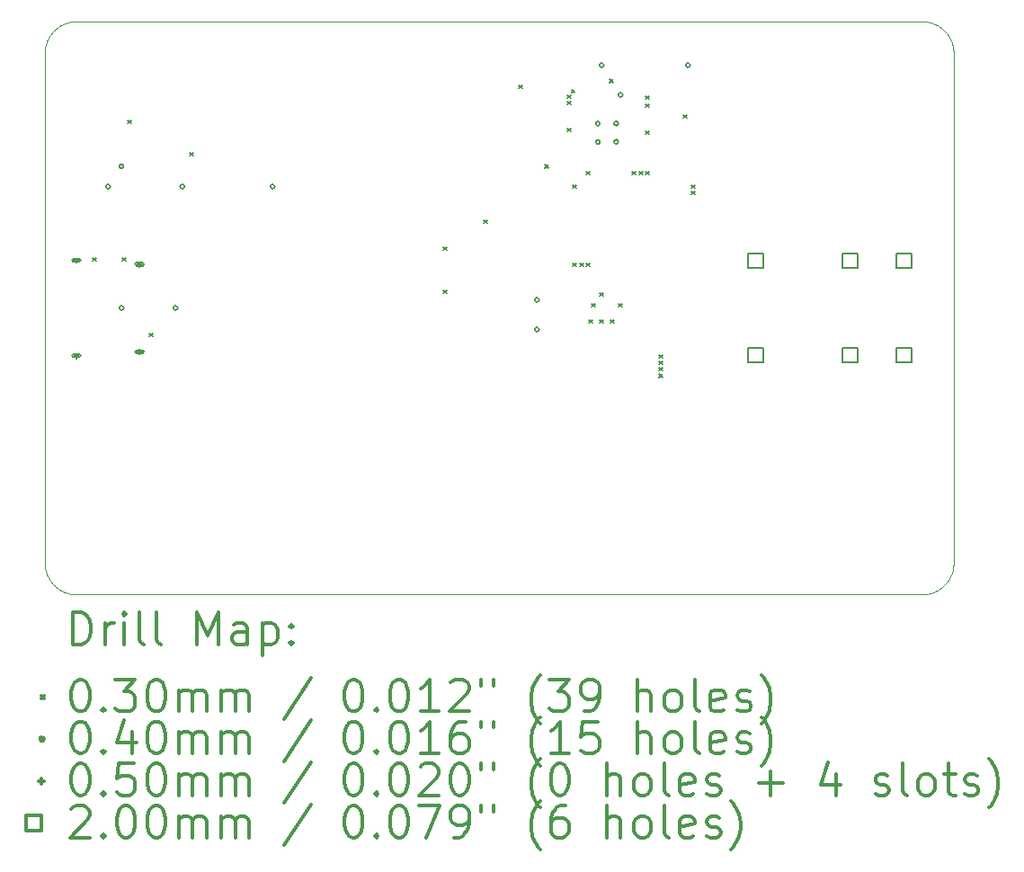
<source format=gbr>
%FSLAX45Y45*%
G04 Gerber Fmt 4.5, Leading zero omitted, Abs format (unit mm)*
G04 Created by KiCad (PCBNEW 4.0.7) date 04/10/18 20:11:58*
%MOMM*%
%LPD*%
G01*
G04 APERTURE LIST*
%ADD10C,0.127000*%
%ADD11C,0.100000*%
%ADD12C,0.200000*%
%ADD13C,0.300000*%
G04 APERTURE END LIST*
D10*
D11*
X12130625Y-7461000D02*
X12255000Y-7461000D01*
X11164047Y-7476830D02*
X11171044Y-7474546D01*
X11150280Y-7481895D02*
X11157125Y-7479281D01*
X11130236Y-7490700D02*
X11136834Y-7487608D01*
X11757500Y-7461000D02*
X11881875Y-7461000D01*
X11143516Y-7484672D02*
X11150280Y-7481895D01*
X11117306Y-7497346D02*
X11123726Y-7493947D01*
X11157125Y-7479281D02*
X11164047Y-7476830D01*
X11033387Y-7564951D02*
X11038175Y-7559559D01*
X11075074Y-7525197D02*
X11080800Y-7520801D01*
X10999895Y-7611977D02*
X11003592Y-7605743D01*
X11508750Y-7461000D02*
X11633125Y-7461000D01*
X10996346Y-7618306D02*
X10999895Y-7611977D01*
X11260000Y-7461000D02*
X11384375Y-7461000D01*
X11080800Y-7520801D02*
X11086632Y-7516540D01*
X11015540Y-7587632D02*
X11019801Y-7581800D01*
X11229440Y-7462556D02*
X11237005Y-7461879D01*
X11237005Y-7461879D02*
X11244622Y-7461392D01*
X11214471Y-7464473D02*
X11221927Y-7463422D01*
X11048125Y-7549125D02*
X11053283Y-7544088D01*
X11199736Y-7467123D02*
X11207073Y-7465708D01*
X11028727Y-7570457D02*
X11033387Y-7564951D01*
X11007433Y-7599606D02*
X11011416Y-7593568D01*
X10986608Y-7637834D02*
X10989700Y-7631236D01*
X11185254Y-7470487D02*
X11192462Y-7468717D01*
X11011416Y-7593568D02*
X11015540Y-7587632D01*
X11098606Y-7508432D02*
X11104744Y-7504591D01*
X11092568Y-7512416D02*
X11098606Y-7508432D01*
X11024197Y-7576074D02*
X11028727Y-7570457D01*
X11058559Y-7539175D02*
X11063951Y-7534387D01*
X11069457Y-7529727D02*
X11075074Y-7525197D01*
X10992947Y-7624726D02*
X10996346Y-7618306D01*
X11633125Y-7461000D02*
X11757500Y-7461000D01*
X11003592Y-7605743D02*
X11007433Y-7599606D01*
X13001250Y-7461000D02*
X13125625Y-7461000D01*
X11244622Y-7461392D02*
X11252288Y-7461098D01*
X12876875Y-7461000D02*
X13001250Y-7461000D01*
X12752500Y-7461000D02*
X12876875Y-7461000D01*
X12628125Y-7461000D02*
X12752500Y-7461000D01*
X12503750Y-7461000D02*
X12628125Y-7461000D01*
X12379375Y-7461000D02*
X12503750Y-7461000D01*
X12255000Y-7461000D02*
X12379375Y-7461000D01*
X11207073Y-7465708D02*
X11214471Y-7464473D01*
X11171044Y-7474546D02*
X11178114Y-7472431D01*
X11063951Y-7534387D02*
X11069457Y-7529727D01*
X11136834Y-7487608D02*
X11143516Y-7484672D01*
X12006250Y-7461000D02*
X12130625Y-7461000D01*
X11881875Y-7461000D02*
X12006250Y-7461000D01*
X11384375Y-7461000D02*
X11508750Y-7461000D01*
X11053283Y-7544088D02*
X11058559Y-7539175D01*
X10989700Y-7631236D02*
X10992947Y-7624726D01*
X11252288Y-7461098D02*
X11260000Y-7461000D01*
X11192462Y-7468717D02*
X11199736Y-7467123D01*
X11221927Y-7463422D02*
X11229440Y-7462556D01*
X11178114Y-7472431D02*
X11185254Y-7470487D01*
X11086632Y-7516540D02*
X11092568Y-7512416D01*
X11019801Y-7581800D02*
X11024197Y-7576074D01*
X11123726Y-7493947D02*
X11130236Y-7490700D01*
X11110978Y-7500895D02*
X11117306Y-7497346D01*
X11043088Y-7554283D02*
X11048125Y-7549125D01*
X11038175Y-7559559D02*
X11043088Y-7554283D01*
X10983672Y-7644516D02*
X10986608Y-7637834D01*
X11104744Y-7504591D02*
X11110978Y-7500895D01*
X19399200Y-12799199D02*
X19393368Y-12803460D01*
X19468584Y-12726432D02*
X19464460Y-12732368D01*
X19431875Y-12770875D02*
X19426717Y-12775912D01*
X19496328Y-12675484D02*
X19493392Y-12682166D01*
X19493392Y-12682166D02*
X19490300Y-12688764D01*
X19515292Y-12611927D02*
X19513877Y-12619264D01*
X19455803Y-12743926D02*
X19451273Y-12749543D01*
X19516527Y-12604529D02*
X19515292Y-12611927D01*
X19476409Y-12714256D02*
X19472568Y-12720394D01*
X19499105Y-12668720D02*
X19496328Y-12675484D01*
X19520000Y-12559000D02*
X19519902Y-12566712D01*
X19369023Y-12819105D02*
X19362694Y-12822654D01*
X19421441Y-12780825D02*
X19416049Y-12785613D01*
X19519608Y-12574378D02*
X19519121Y-12581995D01*
X19441825Y-12760441D02*
X19436912Y-12765717D01*
X19436912Y-12765717D02*
X19431875Y-12770875D01*
X19404926Y-12794803D02*
X19399200Y-12799199D01*
X19416049Y-12785613D02*
X19410543Y-12790273D01*
X19501719Y-12661875D02*
X19499105Y-12668720D01*
X19483654Y-12701694D02*
X19480105Y-12708022D01*
X19387432Y-12807584D02*
X19381394Y-12811567D01*
X19393368Y-12803460D02*
X19387432Y-12807584D01*
X19410543Y-12790273D02*
X19404926Y-12794803D01*
X19426717Y-12775912D02*
X19421441Y-12780825D01*
X19451273Y-12749543D02*
X19446613Y-12755049D01*
X19480105Y-12708022D02*
X19476409Y-12714256D01*
X19510513Y-12633746D02*
X19508569Y-12640886D01*
X19520000Y-12334094D02*
X19520000Y-12409062D01*
X19508569Y-12640886D02*
X19506454Y-12647956D01*
X19519902Y-12566712D02*
X19519608Y-12574378D01*
X19512283Y-12626538D02*
X19510513Y-12633746D01*
X19490300Y-12688764D02*
X19487053Y-12695274D01*
X19513877Y-12619264D02*
X19512283Y-12626538D01*
X19520000Y-12409062D02*
X19520000Y-12484031D01*
X19272927Y-12854292D02*
X19265529Y-12855527D01*
X19280264Y-12852877D02*
X19272927Y-12854292D01*
X19301886Y-12847569D02*
X19294746Y-12849513D01*
X19506454Y-12647956D02*
X19504170Y-12654953D01*
X19381394Y-12811567D02*
X19375257Y-12815408D01*
X19519121Y-12581995D02*
X19518444Y-12589560D01*
X19520000Y-12184156D02*
X19520000Y-12259125D01*
X19315954Y-12843170D02*
X19308956Y-12845454D01*
X19464460Y-12732368D02*
X19460199Y-12738200D01*
X19446613Y-12755049D02*
X19441825Y-12760441D01*
X19287538Y-12851283D02*
X19280264Y-12852877D01*
X19294746Y-12849513D02*
X19287538Y-12851283D01*
X19520000Y-12484031D02*
X19520000Y-12559000D01*
X19517578Y-12597072D02*
X19516527Y-12604529D01*
X19518444Y-12589560D02*
X19517578Y-12597072D01*
X19308956Y-12845454D02*
X19301886Y-12847569D01*
X19487053Y-12695274D02*
X19483654Y-12701694D01*
X19322876Y-12840719D02*
X19315954Y-12843170D01*
X19329720Y-12838104D02*
X19322876Y-12840719D01*
X19520000Y-12109187D02*
X19520000Y-12184156D01*
X19336484Y-12835328D02*
X19329720Y-12838104D01*
X19362694Y-12822654D02*
X19356274Y-12826053D01*
X19343166Y-12832392D02*
X19336484Y-12835328D01*
X19349764Y-12829300D02*
X19343166Y-12832392D01*
X19356274Y-12826053D02*
X19349764Y-12829300D01*
X19375257Y-12815408D02*
X19369023Y-12819105D01*
X19460199Y-12738200D02*
X19455803Y-12743926D01*
X19472568Y-12720394D02*
X19468584Y-12726432D01*
X19520000Y-12259125D02*
X19520000Y-12334094D01*
X19504170Y-12654953D02*
X19501719Y-12661875D01*
X19520000Y-9410313D02*
X19520000Y-9485281D01*
X19520000Y-7985906D02*
X19520000Y-8060875D01*
X19520000Y-8885531D02*
X19520000Y-8960500D01*
X19520000Y-11434469D02*
X19520000Y-11509437D01*
X19520000Y-10684781D02*
X19520000Y-10759750D01*
X19520000Y-7761000D02*
X19520000Y-7835969D01*
X19520000Y-9710188D02*
X19520000Y-9785156D01*
X19520000Y-8435719D02*
X19520000Y-8510688D01*
X19520000Y-11284531D02*
X19520000Y-11359500D01*
X19520000Y-10609813D02*
X19520000Y-10684781D01*
X19520000Y-8735594D02*
X19520000Y-8810563D01*
X19520000Y-11134594D02*
X19520000Y-11209562D01*
X19520000Y-10834719D02*
X19520000Y-10909688D01*
X19520000Y-10384906D02*
X19520000Y-10459875D01*
X19518444Y-7730440D02*
X19519121Y-7738005D01*
X19520000Y-11584406D02*
X19520000Y-11659375D01*
X19520000Y-12034219D02*
X19520000Y-12109187D01*
X19520000Y-10759750D02*
X19520000Y-10834719D01*
X19520000Y-10010063D02*
X19520000Y-10085031D01*
X19520000Y-9785156D02*
X19520000Y-9860125D01*
X19520000Y-8135844D02*
X19520000Y-8210812D01*
X19520000Y-8285781D02*
X19520000Y-8360750D01*
X19520000Y-8510688D02*
X19520000Y-8585656D01*
X19520000Y-9110438D02*
X19520000Y-9185406D01*
X19520000Y-7835969D02*
X19520000Y-7910937D01*
X19520000Y-10534844D02*
X19520000Y-10609813D01*
X19519608Y-7745622D02*
X19519902Y-7753288D01*
X19517578Y-7722927D02*
X19518444Y-7730440D01*
X19520000Y-11959250D02*
X19520000Y-12034219D01*
X19520000Y-9560250D02*
X19520000Y-9635219D01*
X19520000Y-8960500D02*
X19520000Y-9035469D01*
X19520000Y-7910937D02*
X19520000Y-7985906D01*
X19519902Y-7753288D02*
X19520000Y-7761000D01*
X19520000Y-8210812D02*
X19520000Y-8285781D01*
X19520000Y-11884281D02*
X19520000Y-11959250D01*
X19520000Y-9185406D02*
X19520000Y-9260375D01*
X19520000Y-9335344D02*
X19520000Y-9410313D01*
X19520000Y-10909688D02*
X19520000Y-10984656D01*
X19520000Y-10459875D02*
X19520000Y-10534844D01*
X19520000Y-10309938D02*
X19520000Y-10384906D01*
X19520000Y-8060875D02*
X19520000Y-8135844D01*
X19520000Y-8810563D02*
X19520000Y-8885531D01*
X19520000Y-8360750D02*
X19520000Y-8435719D01*
X19519121Y-7738005D02*
X19519608Y-7745622D01*
X19520000Y-11809312D02*
X19520000Y-11884281D01*
X19520000Y-11734344D02*
X19520000Y-11809312D01*
X19520000Y-8660625D02*
X19520000Y-8735594D01*
X19520000Y-11659375D02*
X19520000Y-11734344D01*
X19520000Y-11509437D02*
X19520000Y-11584406D01*
X19520000Y-11359500D02*
X19520000Y-11434469D01*
X19520000Y-11209562D02*
X19520000Y-11284531D01*
X19520000Y-11059625D02*
X19520000Y-11134594D01*
X19520000Y-10984656D02*
X19520000Y-11059625D01*
X19520000Y-10234969D02*
X19520000Y-10309938D01*
X19520000Y-9260375D02*
X19520000Y-9335344D01*
X19520000Y-10160000D02*
X19520000Y-10234969D01*
X19520000Y-9860125D02*
X19520000Y-9935094D01*
X19520000Y-9635219D02*
X19520000Y-9710188D01*
X19516527Y-7715471D02*
X19517578Y-7722927D01*
X19520000Y-9485281D02*
X19520000Y-9560250D01*
X19520000Y-9035469D02*
X19520000Y-9110438D01*
X19520000Y-10085031D02*
X19520000Y-10160000D01*
X19520000Y-9935094D02*
X19520000Y-10010063D01*
X19520000Y-8585656D02*
X19520000Y-8660625D01*
X19369023Y-7500895D02*
X19375257Y-7504591D01*
X19235378Y-7461392D02*
X19242995Y-7461879D01*
X19322876Y-7479281D02*
X19329720Y-7481895D01*
X19499105Y-7651280D02*
X19501719Y-7658124D01*
X19460199Y-7581800D02*
X19464460Y-7587632D01*
X19095625Y-7461000D02*
X19220000Y-7461000D01*
X19393368Y-7516540D02*
X19399200Y-7520801D01*
X19280264Y-7467123D02*
X19287538Y-7468717D01*
X19496328Y-7644516D02*
X19499105Y-7651280D01*
X19455803Y-7576074D02*
X19460199Y-7581800D01*
X19308956Y-7474546D02*
X19315954Y-7476830D01*
X19480105Y-7611977D02*
X19483654Y-7618306D01*
X19468584Y-7593568D02*
X19472568Y-7599606D01*
X19441825Y-7559559D02*
X19446613Y-7564951D01*
X18598125Y-7461000D02*
X18722500Y-7461000D01*
X19487053Y-7624726D02*
X19490300Y-7631236D01*
X19476409Y-7605743D02*
X19480105Y-7611977D01*
X19464460Y-7587632D02*
X19468584Y-7593568D01*
X19416049Y-7534387D02*
X19421441Y-7539175D01*
X19399200Y-7520801D02*
X19404926Y-7525197D01*
X19250560Y-7462556D02*
X19258073Y-7463422D01*
X19265529Y-7464473D02*
X19272927Y-7465708D01*
X19287538Y-7468717D02*
X19294746Y-7470487D01*
X19343166Y-7487608D02*
X19349764Y-7490700D01*
X19220000Y-7461000D02*
X19227712Y-7461098D01*
X19451273Y-7570457D02*
X19455803Y-7576074D01*
X18846875Y-7461000D02*
X18971250Y-7461000D01*
X18473750Y-7461000D02*
X18598125Y-7461000D01*
X19508569Y-7679114D02*
X19510513Y-7686254D01*
X19381394Y-7508432D02*
X19387432Y-7512416D01*
X19329720Y-7481895D02*
X19336484Y-7484672D01*
X19227712Y-7461098D02*
X19235378Y-7461392D01*
X18971250Y-7461000D02*
X19095625Y-7461000D01*
X19258073Y-7463422D02*
X19265529Y-7464473D01*
X19493392Y-7637834D02*
X19496328Y-7644516D01*
X19349764Y-7490700D02*
X19356274Y-7493947D01*
X19362694Y-7497346D02*
X19369023Y-7500895D01*
X19472568Y-7599606D02*
X19476409Y-7605743D01*
X19446613Y-7564951D02*
X19451273Y-7570457D01*
X19436912Y-7554283D02*
X19441825Y-7559559D01*
X19242995Y-7461879D02*
X19250560Y-7462556D01*
X19315954Y-7476830D02*
X19322876Y-7479281D01*
X19272927Y-7465708D02*
X19280264Y-7467123D01*
X18722500Y-7461000D02*
X18846875Y-7461000D01*
X19515292Y-7708073D02*
X19516527Y-7715471D01*
X19506454Y-7672044D02*
X19508569Y-7679114D01*
X19301886Y-7472431D02*
X19308956Y-7474546D01*
X19490300Y-7631236D02*
X19493392Y-7637834D01*
X19513877Y-7700736D02*
X19515292Y-7708073D01*
X19512283Y-7693462D02*
X19513877Y-7700736D01*
X19510513Y-7686254D02*
X19512283Y-7693462D01*
X19504170Y-7665046D02*
X19506454Y-7672044D01*
X19501719Y-7658124D02*
X19504170Y-7665046D01*
X19483654Y-7618306D02*
X19487053Y-7624726D01*
X19356274Y-7493947D02*
X19362694Y-7497346D01*
X19426717Y-7544088D02*
X19431875Y-7549125D01*
X19404926Y-7525197D02*
X19410543Y-7529727D01*
X19387432Y-7512416D02*
X19393368Y-7516540D01*
X19431875Y-7549125D02*
X19436912Y-7554283D01*
X19375257Y-7504591D02*
X19381394Y-7508432D01*
X19336484Y-7484672D02*
X19343166Y-7487608D01*
X19421441Y-7539175D02*
X19426717Y-7544088D01*
X19410543Y-7529727D02*
X19416049Y-7534387D01*
X19294746Y-7470487D02*
X19301886Y-7472431D01*
X13125625Y-7461000D02*
X13250000Y-7461000D01*
X13250000Y-7461000D02*
X13374375Y-7461000D01*
X15737500Y-7461000D02*
X15861875Y-7461000D01*
X15488750Y-7461000D02*
X15613125Y-7461000D01*
X14493750Y-7461000D02*
X14618125Y-7461000D01*
X15364375Y-7461000D02*
X15488750Y-7461000D01*
X13871875Y-7461000D02*
X13996250Y-7461000D01*
X14991250Y-7461000D02*
X15115625Y-7461000D01*
X14866875Y-7461000D02*
X14991250Y-7461000D01*
X13623125Y-7461000D02*
X13747500Y-7461000D01*
X18225000Y-7461000D02*
X18349375Y-7461000D01*
X17851875Y-7461000D02*
X17976250Y-7461000D01*
X15613125Y-7461000D02*
X15737500Y-7461000D01*
X17354375Y-7461000D02*
X17478750Y-7461000D01*
X15986250Y-7461000D02*
X16110625Y-7461000D01*
X16359375Y-7461000D02*
X16483750Y-7461000D01*
X16110625Y-7461000D02*
X16235000Y-7461000D01*
X15240000Y-7461000D02*
X15364375Y-7461000D01*
X13747500Y-7461000D02*
X13871875Y-7461000D01*
X13374375Y-7461000D02*
X13498750Y-7461000D01*
X14618125Y-7461000D02*
X14742500Y-7461000D01*
X18349375Y-7461000D02*
X18473750Y-7461000D01*
X17727500Y-7461000D02*
X17851875Y-7461000D01*
X16981250Y-7461000D02*
X17105625Y-7461000D01*
X16235000Y-7461000D02*
X16359375Y-7461000D01*
X18100625Y-7461000D02*
X18225000Y-7461000D01*
X14742500Y-7461000D02*
X14866875Y-7461000D01*
X14245000Y-7461000D02*
X14369375Y-7461000D01*
X17603125Y-7461000D02*
X17727500Y-7461000D01*
X16856875Y-7461000D02*
X16981250Y-7461000D01*
X17478750Y-7461000D02*
X17603125Y-7461000D01*
X13498750Y-7461000D02*
X13623125Y-7461000D01*
X17976250Y-7461000D02*
X18100625Y-7461000D01*
X17230000Y-7461000D02*
X17354375Y-7461000D01*
X17105625Y-7461000D02*
X17230000Y-7461000D01*
X16732500Y-7461000D02*
X16856875Y-7461000D01*
X16608125Y-7461000D02*
X16732500Y-7461000D01*
X16483750Y-7461000D02*
X16608125Y-7461000D01*
X15861875Y-7461000D02*
X15986250Y-7461000D01*
X15115625Y-7461000D02*
X15240000Y-7461000D01*
X14369375Y-7461000D02*
X14493750Y-7461000D01*
X13996250Y-7461000D02*
X14120625Y-7461000D01*
X14120625Y-7461000D02*
X14245000Y-7461000D01*
X19220000Y-12859000D02*
X19095625Y-12859000D01*
X17354375Y-12859000D02*
X17230000Y-12859000D01*
X17478750Y-12859000D02*
X17354375Y-12859000D01*
X17727500Y-12859000D02*
X17603125Y-12859000D01*
X18100625Y-12859000D02*
X17976250Y-12859000D01*
X18349375Y-12859000D02*
X18225000Y-12859000D01*
X17851875Y-12859000D02*
X17727500Y-12859000D01*
X18473750Y-12859000D02*
X18349375Y-12859000D01*
X19095625Y-12859000D02*
X18971250Y-12859000D01*
X17603125Y-12859000D02*
X17478750Y-12859000D01*
X18225000Y-12859000D02*
X18100625Y-12859000D01*
X17976250Y-12859000D02*
X17851875Y-12859000D01*
X18722500Y-12859000D02*
X18598125Y-12859000D01*
X18846875Y-12859000D02*
X18722500Y-12859000D01*
X18971250Y-12859000D02*
X18846875Y-12859000D01*
X18598125Y-12859000D02*
X18473750Y-12859000D01*
X10960000Y-9185406D02*
X10960000Y-9110438D01*
X10973546Y-7672044D02*
X10975830Y-7665046D01*
X10980896Y-7651280D02*
X10983672Y-7644516D01*
X10978281Y-7658124D02*
X10980896Y-7651280D01*
X10960392Y-7745622D02*
X10960879Y-7738005D01*
X10960000Y-7910937D02*
X10960000Y-7835969D01*
X10960000Y-8060875D02*
X10960000Y-7985906D01*
X10960000Y-8660625D02*
X10960000Y-8585656D01*
X10960000Y-8285781D02*
X10960000Y-8210812D01*
X10960000Y-8735594D02*
X10960000Y-8660625D01*
X10960000Y-8885531D02*
X10960000Y-8810563D01*
X10960000Y-10309938D02*
X10960000Y-10234969D01*
X10960000Y-10684781D02*
X10960000Y-10609813D01*
X10960000Y-11059625D02*
X10960000Y-10984656D01*
X10960000Y-11284531D02*
X10960000Y-11209562D01*
X10975830Y-7665046D02*
X10978281Y-7658124D01*
X10971431Y-7679114D02*
X10973546Y-7672044D01*
X10960000Y-8810563D02*
X10960000Y-8735594D01*
X10960000Y-9710188D02*
X10960000Y-9635219D01*
X10960000Y-9035469D02*
X10960000Y-8960500D01*
X10960000Y-9410313D02*
X10960000Y-9335344D01*
X10969487Y-7686254D02*
X10971431Y-7679114D01*
X10967717Y-7693462D02*
X10969487Y-7686254D01*
X10963473Y-7715471D02*
X10964708Y-7708073D01*
X10962422Y-7722927D02*
X10963473Y-7715471D01*
X10960879Y-7738005D02*
X10961556Y-7730440D01*
X10960000Y-10085031D02*
X10960000Y-10010063D01*
X10960000Y-7761000D02*
X10960099Y-7753288D01*
X10960000Y-9110438D02*
X10960000Y-9035469D01*
X10960000Y-9335344D02*
X10960000Y-9260375D01*
X10960000Y-9785156D02*
X10960000Y-9710188D01*
X10960000Y-8135844D02*
X10960000Y-8060875D01*
X10960000Y-8510688D02*
X10960000Y-8435719D01*
X10960000Y-9485281D02*
X10960000Y-9410313D01*
X10960000Y-10384906D02*
X10960000Y-10309938D01*
X10961556Y-7730440D02*
X10962422Y-7722927D01*
X10960000Y-10010063D02*
X10960000Y-9935094D01*
X10960000Y-8435719D02*
X10960000Y-8360750D01*
X10960000Y-8585656D02*
X10960000Y-8510688D01*
X10960000Y-7985906D02*
X10960000Y-7910937D01*
X10960000Y-10534844D02*
X10960000Y-10459875D01*
X10960000Y-9860125D02*
X10960000Y-9785156D01*
X10960000Y-9260375D02*
X10960000Y-9185406D01*
X10960000Y-8960500D02*
X10960000Y-8885531D01*
X10964708Y-7708073D02*
X10966123Y-7700736D01*
X10960000Y-9635219D02*
X10960000Y-9560250D01*
X10960099Y-7753288D02*
X10960392Y-7745622D01*
X10960000Y-10984656D02*
X10960000Y-10909688D01*
X10960000Y-7835969D02*
X10960000Y-7761000D01*
X10960000Y-9560250D02*
X10960000Y-9485281D01*
X10960000Y-10609813D02*
X10960000Y-10534844D01*
X10960000Y-9935094D02*
X10960000Y-9860125D01*
X10960000Y-10160000D02*
X10960000Y-10085031D01*
X10960000Y-11359500D02*
X10960000Y-11284531D01*
X10960000Y-10759750D02*
X10960000Y-10684781D01*
X10960000Y-8210812D02*
X10960000Y-8135844D01*
X10960000Y-8360750D02*
X10960000Y-8285781D01*
X10960000Y-10234969D02*
X10960000Y-10160000D01*
X10960000Y-11134594D02*
X10960000Y-11059625D01*
X10960000Y-10909688D02*
X10960000Y-10834719D01*
X10960000Y-10459875D02*
X10960000Y-10384906D01*
X10966123Y-7700736D02*
X10967717Y-7693462D01*
X10960000Y-10834719D02*
X10960000Y-10759750D01*
X10960000Y-11209562D02*
X10960000Y-11134594D01*
X10960000Y-11884281D02*
X10960000Y-11809312D01*
X10960000Y-12109187D02*
X10960000Y-12034219D01*
X10960000Y-12184156D02*
X10960000Y-12109187D01*
X10967717Y-12626538D02*
X10966123Y-12619264D01*
X11033387Y-12755049D02*
X11028727Y-12749543D01*
X10960000Y-12259125D02*
X10960000Y-12184156D01*
X10960000Y-12334094D02*
X10960000Y-12259125D01*
X10960000Y-12409062D02*
X10960000Y-12334094D01*
X10986608Y-12682166D02*
X10983672Y-12675484D01*
X11075074Y-12794803D02*
X11069457Y-12790273D01*
X11136834Y-12832392D02*
X11130236Y-12829300D01*
X10973546Y-12647956D02*
X10971431Y-12640886D01*
X11048125Y-12770875D02*
X11043088Y-12765717D01*
X10960879Y-12581995D02*
X10960392Y-12574378D01*
X11007433Y-12720394D02*
X11003592Y-12714256D01*
X11130236Y-12829300D02*
X11123726Y-12826053D01*
X10960000Y-12484031D02*
X10960000Y-12409062D01*
X10960000Y-12559000D02*
X10960000Y-12484031D01*
X10960099Y-12566712D02*
X10960000Y-12559000D01*
X10960392Y-12574378D02*
X10960099Y-12566712D01*
X10996346Y-12701694D02*
X10992947Y-12695274D01*
X10999895Y-12708022D02*
X10996346Y-12701694D01*
X11092568Y-12807584D02*
X11086632Y-12803460D01*
X11003592Y-12714256D02*
X10999895Y-12708022D01*
X11098606Y-12811567D02*
X11092568Y-12807584D01*
X11104744Y-12815408D02*
X11098606Y-12811567D01*
X10961556Y-12589560D02*
X10960879Y-12581995D01*
X10963473Y-12604529D02*
X10962422Y-12597072D01*
X10964708Y-12611927D02*
X10963473Y-12604529D01*
X10969487Y-12633746D02*
X10967717Y-12626538D01*
X11110978Y-12819105D02*
X11104744Y-12815408D01*
X11117306Y-12822654D02*
X11110978Y-12819105D01*
X11143516Y-12835328D02*
X11136834Y-12832392D01*
X11038175Y-12760441D02*
X11033387Y-12755049D01*
X10966123Y-12619264D02*
X10964708Y-12611927D01*
X10971431Y-12640886D02*
X10969487Y-12633746D01*
X11019801Y-12738200D02*
X11015540Y-12732368D01*
X10983672Y-12675484D02*
X10980896Y-12668720D01*
X10989700Y-12688764D02*
X10986608Y-12682166D01*
X11069457Y-12790273D02*
X11063951Y-12785613D01*
X11028727Y-12749543D02*
X11024197Y-12743926D01*
X11080800Y-12799199D02*
X11075074Y-12794803D01*
X11011416Y-12726432D02*
X11007433Y-12720394D01*
X11024197Y-12743926D02*
X11019801Y-12738200D01*
X11043088Y-12765717D02*
X11038175Y-12760441D01*
X10960000Y-11659375D02*
X10960000Y-11584406D01*
X10960000Y-11434469D02*
X10960000Y-11359500D01*
X10960000Y-11509437D02*
X10960000Y-11434469D01*
X10960000Y-11584406D02*
X10960000Y-11509437D01*
X10960000Y-11959250D02*
X10960000Y-11884281D01*
X10960000Y-11809312D02*
X10960000Y-11734344D01*
X10978281Y-12661875D02*
X10975830Y-12654953D01*
X11058559Y-12780825D02*
X11053283Y-12775912D01*
X10992947Y-12695274D02*
X10989700Y-12688764D01*
X11086632Y-12803460D02*
X11080800Y-12799199D01*
X11123726Y-12826053D02*
X11117306Y-12822654D01*
X10960000Y-11734344D02*
X10960000Y-11659375D01*
X10960000Y-12034219D02*
X10960000Y-11959250D01*
X10962422Y-12597072D02*
X10961556Y-12589560D01*
X11015540Y-12732368D02*
X11011416Y-12726432D01*
X10980896Y-12668720D02*
X10978281Y-12661875D01*
X11063951Y-12785613D02*
X11058559Y-12780825D01*
X10975830Y-12654953D02*
X10973546Y-12647956D01*
X11053283Y-12775912D02*
X11048125Y-12770875D01*
X16110625Y-12859000D02*
X15986250Y-12859000D01*
X12255000Y-12859000D02*
X12130625Y-12859000D01*
X11199736Y-12852877D02*
X11192462Y-12851283D01*
X11207073Y-12854292D02*
X11199736Y-12852877D01*
X11221927Y-12856578D02*
X11214471Y-12855527D01*
X11229440Y-12857444D02*
X11221927Y-12856578D01*
X11252288Y-12858901D02*
X11244622Y-12858608D01*
X15240000Y-12859000D02*
X15115625Y-12859000D01*
X14618125Y-12859000D02*
X14493750Y-12859000D01*
X14245000Y-12859000D02*
X14120625Y-12859000D01*
X15613125Y-12859000D02*
X15488750Y-12859000D01*
X11260000Y-12859000D02*
X11252288Y-12858901D01*
X13498750Y-12859000D02*
X13374375Y-12859000D01*
X15364375Y-12859000D02*
X15240000Y-12859000D01*
X13996250Y-12859000D02*
X13871875Y-12859000D01*
X11237005Y-12858121D02*
X11229440Y-12857444D01*
X12006250Y-12859000D02*
X11881875Y-12859000D01*
X15488750Y-12859000D02*
X15364375Y-12859000D01*
X16981250Y-12859000D02*
X16856875Y-12859000D01*
X15861875Y-12859000D02*
X15737500Y-12859000D01*
X16483750Y-12859000D02*
X16359375Y-12859000D01*
X11244622Y-12858608D02*
X11237005Y-12858121D01*
X11633125Y-12859000D02*
X11508750Y-12859000D01*
X13001250Y-12859000D02*
X12876875Y-12859000D01*
X11384375Y-12859000D02*
X11260000Y-12859000D01*
X12628125Y-12859000D02*
X12503750Y-12859000D01*
X13374375Y-12859000D02*
X13250000Y-12859000D01*
X13747500Y-12859000D02*
X13623125Y-12859000D01*
X15986250Y-12859000D02*
X15861875Y-12859000D01*
X16359375Y-12859000D02*
X16235000Y-12859000D01*
X17105625Y-12859000D02*
X16981250Y-12859000D01*
X14369375Y-12859000D02*
X14245000Y-12859000D01*
X14991250Y-12859000D02*
X14866875Y-12859000D01*
X16608125Y-12859000D02*
X16483750Y-12859000D01*
X12379375Y-12859000D02*
X12255000Y-12859000D01*
X12130625Y-12859000D02*
X12006250Y-12859000D01*
X13125625Y-12859000D02*
X13001250Y-12859000D01*
X14866875Y-12859000D02*
X14742500Y-12859000D01*
X15115625Y-12859000D02*
X14991250Y-12859000D01*
X13250000Y-12859000D02*
X13125625Y-12859000D01*
X14120625Y-12859000D02*
X13996250Y-12859000D01*
X17230000Y-12859000D02*
X17105625Y-12859000D01*
X16235000Y-12859000D02*
X16110625Y-12859000D01*
X15737500Y-12859000D02*
X15613125Y-12859000D01*
X11150280Y-12838104D02*
X11143516Y-12835328D01*
X16856875Y-12859000D02*
X16732500Y-12859000D01*
X11157125Y-12840719D02*
X11150280Y-12838104D01*
X12503750Y-12859000D02*
X12379375Y-12859000D01*
X13871875Y-12859000D02*
X13747500Y-12859000D01*
X11881875Y-12859000D02*
X11757500Y-12859000D01*
X11164047Y-12843170D02*
X11157125Y-12840719D01*
X11508750Y-12859000D02*
X11384375Y-12859000D01*
X16732500Y-12859000D02*
X16608125Y-12859000D01*
X11171044Y-12845454D02*
X11164047Y-12843170D01*
X11178114Y-12847569D02*
X11171044Y-12845454D01*
X12876875Y-12859000D02*
X12752500Y-12859000D01*
X11214471Y-12855527D02*
X11207073Y-12854292D01*
X14493750Y-12859000D02*
X14369375Y-12859000D01*
X13623125Y-12859000D02*
X13498750Y-12859000D01*
X14742500Y-12859000D02*
X14618125Y-12859000D01*
X11757500Y-12859000D02*
X11633125Y-12859000D01*
X12752500Y-12859000D02*
X12628125Y-12859000D01*
X11185254Y-12849513D02*
X11178114Y-12847569D01*
X11192462Y-12851283D02*
X11185254Y-12849513D01*
X19250560Y-12857444D02*
X19242995Y-12858121D01*
X19258073Y-12856578D02*
X19250560Y-12857444D01*
X19227712Y-12858901D02*
X19220000Y-12859000D01*
X19242995Y-12858121D02*
X19235378Y-12858608D01*
X19235378Y-12858608D02*
X19227712Y-12858901D01*
X19265529Y-12855527D02*
X19258073Y-12856578D01*
X19220000Y-12859000D02*
X19220000Y-12859000D01*
D12*
X11415000Y-9687800D02*
X11445000Y-9717800D01*
X11445000Y-9687800D02*
X11415000Y-9717800D01*
X11694400Y-9687800D02*
X11724400Y-9717800D01*
X11724400Y-9687800D02*
X11694400Y-9717800D01*
X11745200Y-8392400D02*
X11775200Y-8422400D01*
X11775200Y-8392400D02*
X11745200Y-8422400D01*
X11948400Y-10399000D02*
X11978400Y-10429000D01*
X11978400Y-10399000D02*
X11948400Y-10429000D01*
X12329400Y-8697200D02*
X12359400Y-8727200D01*
X12359400Y-8697200D02*
X12329400Y-8727200D01*
X14717000Y-9586209D02*
X14747000Y-9616209D01*
X14747000Y-9586209D02*
X14717000Y-9616209D01*
X14717000Y-9992600D02*
X14747000Y-10022600D01*
X14747000Y-9992600D02*
X14717000Y-10022600D01*
X15098000Y-9332200D02*
X15128000Y-9362200D01*
X15128000Y-9332200D02*
X15098000Y-9362200D01*
X15428200Y-8062200D02*
X15458200Y-8092200D01*
X15458200Y-8062200D02*
X15428200Y-8092200D01*
X15671376Y-8810994D02*
X15701376Y-8840994D01*
X15701376Y-8810994D02*
X15671376Y-8840994D01*
X15885400Y-8214598D02*
X15915400Y-8244598D01*
X15915400Y-8214598D02*
X15885400Y-8244598D01*
X15885400Y-8468600D02*
X15915400Y-8498600D01*
X15915400Y-8468600D02*
X15885400Y-8498600D01*
X15885412Y-8154598D02*
X15915412Y-8184598D01*
X15915412Y-8154598D02*
X15885412Y-8184598D01*
X15922143Y-8105154D02*
X15952143Y-8135154D01*
X15952143Y-8105154D02*
X15922143Y-8135154D01*
X15936200Y-9002000D02*
X15966200Y-9032000D01*
X15966200Y-9002000D02*
X15936200Y-9032000D01*
X15936200Y-9738600D02*
X15966200Y-9768600D01*
X15966200Y-9738600D02*
X15936200Y-9768600D01*
X16003200Y-9738600D02*
X16033200Y-9768600D01*
X16033200Y-9738600D02*
X16003200Y-9768600D01*
X16063200Y-8875000D02*
X16093200Y-8905000D01*
X16093200Y-8875000D02*
X16063200Y-8905000D01*
X16063200Y-9738600D02*
X16093200Y-9768600D01*
X16093200Y-9738600D02*
X16063200Y-9768600D01*
X16088600Y-10272000D02*
X16118600Y-10302000D01*
X16118600Y-10272000D02*
X16088600Y-10302000D01*
X16114000Y-10119600D02*
X16144000Y-10149600D01*
X16144000Y-10119600D02*
X16114000Y-10149600D01*
X16190200Y-10018000D02*
X16220200Y-10048000D01*
X16220200Y-10018000D02*
X16190200Y-10048000D01*
X16190200Y-10272000D02*
X16220200Y-10302000D01*
X16220200Y-10272000D02*
X16190200Y-10302000D01*
X16283505Y-8004949D02*
X16313505Y-8034949D01*
X16313505Y-8004949D02*
X16283505Y-8034949D01*
X16291800Y-10272000D02*
X16321800Y-10302000D01*
X16321800Y-10272000D02*
X16291800Y-10302000D01*
X16368000Y-10119600D02*
X16398000Y-10149600D01*
X16398000Y-10119600D02*
X16368000Y-10149600D01*
X16495000Y-8875000D02*
X16525000Y-8905000D01*
X16525000Y-8875000D02*
X16495000Y-8905000D01*
X16562000Y-8875000D02*
X16592000Y-8905000D01*
X16592000Y-8875000D02*
X16562000Y-8905000D01*
X16622000Y-8163800D02*
X16652000Y-8193800D01*
X16652000Y-8163800D02*
X16622000Y-8193800D01*
X16622000Y-8240000D02*
X16652000Y-8270000D01*
X16652000Y-8240000D02*
X16622000Y-8270000D01*
X16622000Y-8494000D02*
X16652000Y-8524000D01*
X16652000Y-8494000D02*
X16622000Y-8524000D01*
X16622000Y-8875000D02*
X16652000Y-8905000D01*
X16652000Y-8875000D02*
X16622000Y-8905000D01*
X16749000Y-10602194D02*
X16779000Y-10632194D01*
X16779000Y-10602194D02*
X16749000Y-10632194D01*
X16749000Y-10662204D02*
X16779000Y-10692204D01*
X16779000Y-10662204D02*
X16749000Y-10692204D01*
X16749000Y-10722206D02*
X16779000Y-10752206D01*
X16779000Y-10722206D02*
X16749000Y-10752206D01*
X16749000Y-10782207D02*
X16779000Y-10812207D01*
X16779000Y-10782207D02*
X16749000Y-10812207D01*
X16977600Y-8341600D02*
X17007600Y-8371600D01*
X17007600Y-8341600D02*
X16977600Y-8371600D01*
X17053800Y-9002000D02*
X17083800Y-9032000D01*
X17083800Y-9002000D02*
X17053800Y-9032000D01*
X17053800Y-9062000D02*
X17083800Y-9092000D01*
X17083800Y-9062000D02*
X17053800Y-9092000D01*
X11577000Y-9017000D02*
G75*
G03X11577000Y-9017000I-20000J0D01*
G01*
X11704000Y-8826500D02*
G75*
G03X11704000Y-8826500I-20000J0D01*
G01*
X11704000Y-10160000D02*
G75*
G03X11704000Y-10160000I-20000J0D01*
G01*
X12212000Y-10160000D02*
G75*
G03X12212000Y-10160000I-20000J0D01*
G01*
X12275500Y-9017000D02*
G75*
G03X12275500Y-9017000I-20000J0D01*
G01*
X13126400Y-9017000D02*
G75*
G03X13126400Y-9017000I-20000J0D01*
G01*
X15615600Y-10083800D02*
G75*
G03X15615600Y-10083800I-20000J0D01*
G01*
X15615600Y-10363200D02*
G75*
G03X15615600Y-10363200I-20000J0D01*
G01*
X16189750Y-8422750D02*
G75*
G03X16189750Y-8422750I-20000J0D01*
G01*
X16189750Y-8595250D02*
G75*
G03X16189750Y-8595250I-20000J0D01*
G01*
X16225200Y-7873993D02*
G75*
G03X16225200Y-7873993I-20000J0D01*
G01*
X16362250Y-8422750D02*
G75*
G03X16362250Y-8422750I-20000J0D01*
G01*
X16362250Y-8595250D02*
G75*
G03X16362250Y-8595250I-20000J0D01*
G01*
X16403000Y-8153400D02*
G75*
G03X16403000Y-8153400I-20000J0D01*
G01*
X17038000Y-7874000D02*
G75*
G03X17038000Y-7874000I-20000J0D01*
G01*
X11258500Y-9686000D02*
X11258500Y-9736000D01*
X11233500Y-9711000D02*
X11283500Y-9711000D01*
X11288500Y-9696000D02*
X11228500Y-9696000D01*
X11288500Y-9726000D02*
X11228500Y-9726000D01*
X11228500Y-9696000D02*
G75*
G03X11228500Y-9726000I0J-15000D01*
G01*
X11288500Y-9726000D02*
G75*
G03X11288500Y-9696000I0J15000D01*
G01*
X11258500Y-10584000D02*
X11258500Y-10634000D01*
X11233500Y-10609000D02*
X11283500Y-10609000D01*
X11288500Y-10594000D02*
X11228500Y-10594000D01*
X11288500Y-10624000D02*
X11228500Y-10624000D01*
X11228500Y-10594000D02*
G75*
G03X11228500Y-10624000I0J-15000D01*
G01*
X11288500Y-10624000D02*
G75*
G03X11288500Y-10594000I0J15000D01*
G01*
X11853500Y-9722000D02*
X11853500Y-9772000D01*
X11828500Y-9747000D02*
X11878500Y-9747000D01*
X11883500Y-9732000D02*
X11823500Y-9732000D01*
X11883500Y-9762000D02*
X11823500Y-9762000D01*
X11823500Y-9732000D02*
G75*
G03X11823500Y-9762000I0J-15000D01*
G01*
X11883500Y-9762000D02*
G75*
G03X11883500Y-9732000I0J15000D01*
G01*
X11853500Y-10548000D02*
X11853500Y-10598000D01*
X11828500Y-10573000D02*
X11878500Y-10573000D01*
X11883500Y-10558000D02*
X11823500Y-10558000D01*
X11883500Y-10588000D02*
X11823500Y-10588000D01*
X11823500Y-10558000D02*
G75*
G03X11823500Y-10588000I0J-15000D01*
G01*
X11883500Y-10588000D02*
G75*
G03X11883500Y-10558000I0J15000D01*
G01*
X17723711Y-9786211D02*
X17723711Y-9644789D01*
X17582289Y-9644789D01*
X17582289Y-9786211D01*
X17723711Y-9786211D01*
X17723711Y-10675211D02*
X17723711Y-10533789D01*
X17582289Y-10533789D01*
X17582289Y-10675211D01*
X17723711Y-10675211D01*
X18612711Y-9786211D02*
X18612711Y-9644789D01*
X18471289Y-9644789D01*
X18471289Y-9786211D01*
X18612711Y-9786211D01*
X18612711Y-10675211D02*
X18612711Y-10533789D01*
X18471289Y-10533789D01*
X18471289Y-10675211D01*
X18612711Y-10675211D01*
X19120711Y-9786211D02*
X19120711Y-9644789D01*
X18979289Y-9644789D01*
X18979289Y-9786211D01*
X19120711Y-9786211D01*
X19120711Y-10675211D02*
X19120711Y-10533789D01*
X18979289Y-10533789D01*
X18979289Y-10675211D01*
X19120711Y-10675211D01*
D13*
X11226428Y-13329714D02*
X11226428Y-13029714D01*
X11297857Y-13029714D01*
X11340714Y-13044000D01*
X11369286Y-13072571D01*
X11383571Y-13101143D01*
X11397857Y-13158286D01*
X11397857Y-13201143D01*
X11383571Y-13258286D01*
X11369286Y-13286857D01*
X11340714Y-13315429D01*
X11297857Y-13329714D01*
X11226428Y-13329714D01*
X11526428Y-13329714D02*
X11526428Y-13129714D01*
X11526428Y-13186857D02*
X11540714Y-13158286D01*
X11555000Y-13144000D01*
X11583571Y-13129714D01*
X11612143Y-13129714D01*
X11712143Y-13329714D02*
X11712143Y-13129714D01*
X11712143Y-13029714D02*
X11697857Y-13044000D01*
X11712143Y-13058286D01*
X11726428Y-13044000D01*
X11712143Y-13029714D01*
X11712143Y-13058286D01*
X11897857Y-13329714D02*
X11869286Y-13315429D01*
X11855000Y-13286857D01*
X11855000Y-13029714D01*
X12055000Y-13329714D02*
X12026428Y-13315429D01*
X12012143Y-13286857D01*
X12012143Y-13029714D01*
X12397857Y-13329714D02*
X12397857Y-13029714D01*
X12497857Y-13244000D01*
X12597857Y-13029714D01*
X12597857Y-13329714D01*
X12869286Y-13329714D02*
X12869286Y-13172571D01*
X12855000Y-13144000D01*
X12826428Y-13129714D01*
X12769286Y-13129714D01*
X12740714Y-13144000D01*
X12869286Y-13315429D02*
X12840714Y-13329714D01*
X12769286Y-13329714D01*
X12740714Y-13315429D01*
X12726428Y-13286857D01*
X12726428Y-13258286D01*
X12740714Y-13229714D01*
X12769286Y-13215429D01*
X12840714Y-13215429D01*
X12869286Y-13201143D01*
X13012143Y-13129714D02*
X13012143Y-13429714D01*
X13012143Y-13144000D02*
X13040714Y-13129714D01*
X13097857Y-13129714D01*
X13126428Y-13144000D01*
X13140714Y-13158286D01*
X13155000Y-13186857D01*
X13155000Y-13272571D01*
X13140714Y-13301143D01*
X13126428Y-13315429D01*
X13097857Y-13329714D01*
X13040714Y-13329714D01*
X13012143Y-13315429D01*
X13283571Y-13301143D02*
X13297857Y-13315429D01*
X13283571Y-13329714D01*
X13269286Y-13315429D01*
X13283571Y-13301143D01*
X13283571Y-13329714D01*
X13283571Y-13144000D02*
X13297857Y-13158286D01*
X13283571Y-13172571D01*
X13269286Y-13158286D01*
X13283571Y-13144000D01*
X13283571Y-13172571D01*
X10925000Y-13809000D02*
X10955000Y-13839000D01*
X10955000Y-13809000D02*
X10925000Y-13839000D01*
X11283571Y-13659714D02*
X11312143Y-13659714D01*
X11340714Y-13674000D01*
X11355000Y-13688286D01*
X11369286Y-13716857D01*
X11383571Y-13774000D01*
X11383571Y-13845429D01*
X11369286Y-13902571D01*
X11355000Y-13931143D01*
X11340714Y-13945429D01*
X11312143Y-13959714D01*
X11283571Y-13959714D01*
X11255000Y-13945429D01*
X11240714Y-13931143D01*
X11226428Y-13902571D01*
X11212143Y-13845429D01*
X11212143Y-13774000D01*
X11226428Y-13716857D01*
X11240714Y-13688286D01*
X11255000Y-13674000D01*
X11283571Y-13659714D01*
X11512143Y-13931143D02*
X11526428Y-13945429D01*
X11512143Y-13959714D01*
X11497857Y-13945429D01*
X11512143Y-13931143D01*
X11512143Y-13959714D01*
X11626428Y-13659714D02*
X11812143Y-13659714D01*
X11712143Y-13774000D01*
X11755000Y-13774000D01*
X11783571Y-13788286D01*
X11797857Y-13802571D01*
X11812143Y-13831143D01*
X11812143Y-13902571D01*
X11797857Y-13931143D01*
X11783571Y-13945429D01*
X11755000Y-13959714D01*
X11669286Y-13959714D01*
X11640714Y-13945429D01*
X11626428Y-13931143D01*
X11997857Y-13659714D02*
X12026428Y-13659714D01*
X12055000Y-13674000D01*
X12069286Y-13688286D01*
X12083571Y-13716857D01*
X12097857Y-13774000D01*
X12097857Y-13845429D01*
X12083571Y-13902571D01*
X12069286Y-13931143D01*
X12055000Y-13945429D01*
X12026428Y-13959714D01*
X11997857Y-13959714D01*
X11969286Y-13945429D01*
X11955000Y-13931143D01*
X11940714Y-13902571D01*
X11926428Y-13845429D01*
X11926428Y-13774000D01*
X11940714Y-13716857D01*
X11955000Y-13688286D01*
X11969286Y-13674000D01*
X11997857Y-13659714D01*
X12226428Y-13959714D02*
X12226428Y-13759714D01*
X12226428Y-13788286D02*
X12240714Y-13774000D01*
X12269286Y-13759714D01*
X12312143Y-13759714D01*
X12340714Y-13774000D01*
X12355000Y-13802571D01*
X12355000Y-13959714D01*
X12355000Y-13802571D02*
X12369286Y-13774000D01*
X12397857Y-13759714D01*
X12440714Y-13759714D01*
X12469286Y-13774000D01*
X12483571Y-13802571D01*
X12483571Y-13959714D01*
X12626428Y-13959714D02*
X12626428Y-13759714D01*
X12626428Y-13788286D02*
X12640714Y-13774000D01*
X12669286Y-13759714D01*
X12712143Y-13759714D01*
X12740714Y-13774000D01*
X12755000Y-13802571D01*
X12755000Y-13959714D01*
X12755000Y-13802571D02*
X12769286Y-13774000D01*
X12797857Y-13759714D01*
X12840714Y-13759714D01*
X12869286Y-13774000D01*
X12883571Y-13802571D01*
X12883571Y-13959714D01*
X13469286Y-13645429D02*
X13212143Y-14031143D01*
X13855000Y-13659714D02*
X13883571Y-13659714D01*
X13912143Y-13674000D01*
X13926428Y-13688286D01*
X13940714Y-13716857D01*
X13955000Y-13774000D01*
X13955000Y-13845429D01*
X13940714Y-13902571D01*
X13926428Y-13931143D01*
X13912143Y-13945429D01*
X13883571Y-13959714D01*
X13855000Y-13959714D01*
X13826428Y-13945429D01*
X13812143Y-13931143D01*
X13797857Y-13902571D01*
X13783571Y-13845429D01*
X13783571Y-13774000D01*
X13797857Y-13716857D01*
X13812143Y-13688286D01*
X13826428Y-13674000D01*
X13855000Y-13659714D01*
X14083571Y-13931143D02*
X14097857Y-13945429D01*
X14083571Y-13959714D01*
X14069286Y-13945429D01*
X14083571Y-13931143D01*
X14083571Y-13959714D01*
X14283571Y-13659714D02*
X14312143Y-13659714D01*
X14340714Y-13674000D01*
X14355000Y-13688286D01*
X14369285Y-13716857D01*
X14383571Y-13774000D01*
X14383571Y-13845429D01*
X14369285Y-13902571D01*
X14355000Y-13931143D01*
X14340714Y-13945429D01*
X14312143Y-13959714D01*
X14283571Y-13959714D01*
X14255000Y-13945429D01*
X14240714Y-13931143D01*
X14226428Y-13902571D01*
X14212143Y-13845429D01*
X14212143Y-13774000D01*
X14226428Y-13716857D01*
X14240714Y-13688286D01*
X14255000Y-13674000D01*
X14283571Y-13659714D01*
X14669285Y-13959714D02*
X14497857Y-13959714D01*
X14583571Y-13959714D02*
X14583571Y-13659714D01*
X14555000Y-13702571D01*
X14526428Y-13731143D01*
X14497857Y-13745429D01*
X14783571Y-13688286D02*
X14797857Y-13674000D01*
X14826428Y-13659714D01*
X14897857Y-13659714D01*
X14926428Y-13674000D01*
X14940714Y-13688286D01*
X14955000Y-13716857D01*
X14955000Y-13745429D01*
X14940714Y-13788286D01*
X14769285Y-13959714D01*
X14955000Y-13959714D01*
X15069286Y-13659714D02*
X15069286Y-13716857D01*
X15183571Y-13659714D02*
X15183571Y-13716857D01*
X15626428Y-14074000D02*
X15612143Y-14059714D01*
X15583571Y-14016857D01*
X15569285Y-13988286D01*
X15555000Y-13945429D01*
X15540714Y-13874000D01*
X15540714Y-13816857D01*
X15555000Y-13745429D01*
X15569285Y-13702571D01*
X15583571Y-13674000D01*
X15612143Y-13631143D01*
X15626428Y-13616857D01*
X15712143Y-13659714D02*
X15897857Y-13659714D01*
X15797857Y-13774000D01*
X15840714Y-13774000D01*
X15869285Y-13788286D01*
X15883571Y-13802571D01*
X15897857Y-13831143D01*
X15897857Y-13902571D01*
X15883571Y-13931143D01*
X15869285Y-13945429D01*
X15840714Y-13959714D01*
X15755000Y-13959714D01*
X15726428Y-13945429D01*
X15712143Y-13931143D01*
X16040714Y-13959714D02*
X16097857Y-13959714D01*
X16126428Y-13945429D01*
X16140714Y-13931143D01*
X16169285Y-13888286D01*
X16183571Y-13831143D01*
X16183571Y-13716857D01*
X16169285Y-13688286D01*
X16155000Y-13674000D01*
X16126428Y-13659714D01*
X16069285Y-13659714D01*
X16040714Y-13674000D01*
X16026428Y-13688286D01*
X16012143Y-13716857D01*
X16012143Y-13788286D01*
X16026428Y-13816857D01*
X16040714Y-13831143D01*
X16069285Y-13845429D01*
X16126428Y-13845429D01*
X16155000Y-13831143D01*
X16169285Y-13816857D01*
X16183571Y-13788286D01*
X16540714Y-13959714D02*
X16540714Y-13659714D01*
X16669285Y-13959714D02*
X16669285Y-13802571D01*
X16655000Y-13774000D01*
X16626428Y-13759714D01*
X16583571Y-13759714D01*
X16555000Y-13774000D01*
X16540714Y-13788286D01*
X16855000Y-13959714D02*
X16826428Y-13945429D01*
X16812143Y-13931143D01*
X16797857Y-13902571D01*
X16797857Y-13816857D01*
X16812143Y-13788286D01*
X16826428Y-13774000D01*
X16855000Y-13759714D01*
X16897857Y-13759714D01*
X16926428Y-13774000D01*
X16940714Y-13788286D01*
X16955000Y-13816857D01*
X16955000Y-13902571D01*
X16940714Y-13931143D01*
X16926428Y-13945429D01*
X16897857Y-13959714D01*
X16855000Y-13959714D01*
X17126428Y-13959714D02*
X17097857Y-13945429D01*
X17083571Y-13916857D01*
X17083571Y-13659714D01*
X17355000Y-13945429D02*
X17326429Y-13959714D01*
X17269286Y-13959714D01*
X17240714Y-13945429D01*
X17226429Y-13916857D01*
X17226429Y-13802571D01*
X17240714Y-13774000D01*
X17269286Y-13759714D01*
X17326429Y-13759714D01*
X17355000Y-13774000D01*
X17369286Y-13802571D01*
X17369286Y-13831143D01*
X17226429Y-13859714D01*
X17483571Y-13945429D02*
X17512143Y-13959714D01*
X17569286Y-13959714D01*
X17597857Y-13945429D01*
X17612143Y-13916857D01*
X17612143Y-13902571D01*
X17597857Y-13874000D01*
X17569286Y-13859714D01*
X17526429Y-13859714D01*
X17497857Y-13845429D01*
X17483571Y-13816857D01*
X17483571Y-13802571D01*
X17497857Y-13774000D01*
X17526429Y-13759714D01*
X17569286Y-13759714D01*
X17597857Y-13774000D01*
X17712143Y-14074000D02*
X17726429Y-14059714D01*
X17755000Y-14016857D01*
X17769286Y-13988286D01*
X17783571Y-13945429D01*
X17797857Y-13874000D01*
X17797857Y-13816857D01*
X17783571Y-13745429D01*
X17769286Y-13702571D01*
X17755000Y-13674000D01*
X17726429Y-13631143D01*
X17712143Y-13616857D01*
X10955000Y-14220000D02*
G75*
G03X10955000Y-14220000I-20000J0D01*
G01*
X11283571Y-14055714D02*
X11312143Y-14055714D01*
X11340714Y-14070000D01*
X11355000Y-14084286D01*
X11369286Y-14112857D01*
X11383571Y-14170000D01*
X11383571Y-14241429D01*
X11369286Y-14298571D01*
X11355000Y-14327143D01*
X11340714Y-14341429D01*
X11312143Y-14355714D01*
X11283571Y-14355714D01*
X11255000Y-14341429D01*
X11240714Y-14327143D01*
X11226428Y-14298571D01*
X11212143Y-14241429D01*
X11212143Y-14170000D01*
X11226428Y-14112857D01*
X11240714Y-14084286D01*
X11255000Y-14070000D01*
X11283571Y-14055714D01*
X11512143Y-14327143D02*
X11526428Y-14341429D01*
X11512143Y-14355714D01*
X11497857Y-14341429D01*
X11512143Y-14327143D01*
X11512143Y-14355714D01*
X11783571Y-14155714D02*
X11783571Y-14355714D01*
X11712143Y-14041429D02*
X11640714Y-14255714D01*
X11826428Y-14255714D01*
X11997857Y-14055714D02*
X12026428Y-14055714D01*
X12055000Y-14070000D01*
X12069286Y-14084286D01*
X12083571Y-14112857D01*
X12097857Y-14170000D01*
X12097857Y-14241429D01*
X12083571Y-14298571D01*
X12069286Y-14327143D01*
X12055000Y-14341429D01*
X12026428Y-14355714D01*
X11997857Y-14355714D01*
X11969286Y-14341429D01*
X11955000Y-14327143D01*
X11940714Y-14298571D01*
X11926428Y-14241429D01*
X11926428Y-14170000D01*
X11940714Y-14112857D01*
X11955000Y-14084286D01*
X11969286Y-14070000D01*
X11997857Y-14055714D01*
X12226428Y-14355714D02*
X12226428Y-14155714D01*
X12226428Y-14184286D02*
X12240714Y-14170000D01*
X12269286Y-14155714D01*
X12312143Y-14155714D01*
X12340714Y-14170000D01*
X12355000Y-14198571D01*
X12355000Y-14355714D01*
X12355000Y-14198571D02*
X12369286Y-14170000D01*
X12397857Y-14155714D01*
X12440714Y-14155714D01*
X12469286Y-14170000D01*
X12483571Y-14198571D01*
X12483571Y-14355714D01*
X12626428Y-14355714D02*
X12626428Y-14155714D01*
X12626428Y-14184286D02*
X12640714Y-14170000D01*
X12669286Y-14155714D01*
X12712143Y-14155714D01*
X12740714Y-14170000D01*
X12755000Y-14198571D01*
X12755000Y-14355714D01*
X12755000Y-14198571D02*
X12769286Y-14170000D01*
X12797857Y-14155714D01*
X12840714Y-14155714D01*
X12869286Y-14170000D01*
X12883571Y-14198571D01*
X12883571Y-14355714D01*
X13469286Y-14041429D02*
X13212143Y-14427143D01*
X13855000Y-14055714D02*
X13883571Y-14055714D01*
X13912143Y-14070000D01*
X13926428Y-14084286D01*
X13940714Y-14112857D01*
X13955000Y-14170000D01*
X13955000Y-14241429D01*
X13940714Y-14298571D01*
X13926428Y-14327143D01*
X13912143Y-14341429D01*
X13883571Y-14355714D01*
X13855000Y-14355714D01*
X13826428Y-14341429D01*
X13812143Y-14327143D01*
X13797857Y-14298571D01*
X13783571Y-14241429D01*
X13783571Y-14170000D01*
X13797857Y-14112857D01*
X13812143Y-14084286D01*
X13826428Y-14070000D01*
X13855000Y-14055714D01*
X14083571Y-14327143D02*
X14097857Y-14341429D01*
X14083571Y-14355714D01*
X14069286Y-14341429D01*
X14083571Y-14327143D01*
X14083571Y-14355714D01*
X14283571Y-14055714D02*
X14312143Y-14055714D01*
X14340714Y-14070000D01*
X14355000Y-14084286D01*
X14369285Y-14112857D01*
X14383571Y-14170000D01*
X14383571Y-14241429D01*
X14369285Y-14298571D01*
X14355000Y-14327143D01*
X14340714Y-14341429D01*
X14312143Y-14355714D01*
X14283571Y-14355714D01*
X14255000Y-14341429D01*
X14240714Y-14327143D01*
X14226428Y-14298571D01*
X14212143Y-14241429D01*
X14212143Y-14170000D01*
X14226428Y-14112857D01*
X14240714Y-14084286D01*
X14255000Y-14070000D01*
X14283571Y-14055714D01*
X14669285Y-14355714D02*
X14497857Y-14355714D01*
X14583571Y-14355714D02*
X14583571Y-14055714D01*
X14555000Y-14098571D01*
X14526428Y-14127143D01*
X14497857Y-14141429D01*
X14926428Y-14055714D02*
X14869285Y-14055714D01*
X14840714Y-14070000D01*
X14826428Y-14084286D01*
X14797857Y-14127143D01*
X14783571Y-14184286D01*
X14783571Y-14298571D01*
X14797857Y-14327143D01*
X14812143Y-14341429D01*
X14840714Y-14355714D01*
X14897857Y-14355714D01*
X14926428Y-14341429D01*
X14940714Y-14327143D01*
X14955000Y-14298571D01*
X14955000Y-14227143D01*
X14940714Y-14198571D01*
X14926428Y-14184286D01*
X14897857Y-14170000D01*
X14840714Y-14170000D01*
X14812143Y-14184286D01*
X14797857Y-14198571D01*
X14783571Y-14227143D01*
X15069286Y-14055714D02*
X15069286Y-14112857D01*
X15183571Y-14055714D02*
X15183571Y-14112857D01*
X15626428Y-14470000D02*
X15612143Y-14455714D01*
X15583571Y-14412857D01*
X15569285Y-14384286D01*
X15555000Y-14341429D01*
X15540714Y-14270000D01*
X15540714Y-14212857D01*
X15555000Y-14141429D01*
X15569285Y-14098571D01*
X15583571Y-14070000D01*
X15612143Y-14027143D01*
X15626428Y-14012857D01*
X15897857Y-14355714D02*
X15726428Y-14355714D01*
X15812143Y-14355714D02*
X15812143Y-14055714D01*
X15783571Y-14098571D01*
X15755000Y-14127143D01*
X15726428Y-14141429D01*
X16169285Y-14055714D02*
X16026428Y-14055714D01*
X16012143Y-14198571D01*
X16026428Y-14184286D01*
X16055000Y-14170000D01*
X16126428Y-14170000D01*
X16155000Y-14184286D01*
X16169285Y-14198571D01*
X16183571Y-14227143D01*
X16183571Y-14298571D01*
X16169285Y-14327143D01*
X16155000Y-14341429D01*
X16126428Y-14355714D01*
X16055000Y-14355714D01*
X16026428Y-14341429D01*
X16012143Y-14327143D01*
X16540714Y-14355714D02*
X16540714Y-14055714D01*
X16669285Y-14355714D02*
X16669285Y-14198571D01*
X16655000Y-14170000D01*
X16626428Y-14155714D01*
X16583571Y-14155714D01*
X16555000Y-14170000D01*
X16540714Y-14184286D01*
X16855000Y-14355714D02*
X16826428Y-14341429D01*
X16812143Y-14327143D01*
X16797857Y-14298571D01*
X16797857Y-14212857D01*
X16812143Y-14184286D01*
X16826428Y-14170000D01*
X16855000Y-14155714D01*
X16897857Y-14155714D01*
X16926428Y-14170000D01*
X16940714Y-14184286D01*
X16955000Y-14212857D01*
X16955000Y-14298571D01*
X16940714Y-14327143D01*
X16926428Y-14341429D01*
X16897857Y-14355714D01*
X16855000Y-14355714D01*
X17126428Y-14355714D02*
X17097857Y-14341429D01*
X17083571Y-14312857D01*
X17083571Y-14055714D01*
X17355000Y-14341429D02*
X17326429Y-14355714D01*
X17269286Y-14355714D01*
X17240714Y-14341429D01*
X17226429Y-14312857D01*
X17226429Y-14198571D01*
X17240714Y-14170000D01*
X17269286Y-14155714D01*
X17326429Y-14155714D01*
X17355000Y-14170000D01*
X17369286Y-14198571D01*
X17369286Y-14227143D01*
X17226429Y-14255714D01*
X17483571Y-14341429D02*
X17512143Y-14355714D01*
X17569286Y-14355714D01*
X17597857Y-14341429D01*
X17612143Y-14312857D01*
X17612143Y-14298571D01*
X17597857Y-14270000D01*
X17569286Y-14255714D01*
X17526429Y-14255714D01*
X17497857Y-14241429D01*
X17483571Y-14212857D01*
X17483571Y-14198571D01*
X17497857Y-14170000D01*
X17526429Y-14155714D01*
X17569286Y-14155714D01*
X17597857Y-14170000D01*
X17712143Y-14470000D02*
X17726429Y-14455714D01*
X17755000Y-14412857D01*
X17769286Y-14384286D01*
X17783571Y-14341429D01*
X17797857Y-14270000D01*
X17797857Y-14212857D01*
X17783571Y-14141429D01*
X17769286Y-14098571D01*
X17755000Y-14070000D01*
X17726429Y-14027143D01*
X17712143Y-14012857D01*
X10930000Y-14591000D02*
X10930000Y-14641000D01*
X10905000Y-14616000D02*
X10955000Y-14616000D01*
X11283571Y-14451714D02*
X11312143Y-14451714D01*
X11340714Y-14466000D01*
X11355000Y-14480286D01*
X11369286Y-14508857D01*
X11383571Y-14566000D01*
X11383571Y-14637429D01*
X11369286Y-14694571D01*
X11355000Y-14723143D01*
X11340714Y-14737429D01*
X11312143Y-14751714D01*
X11283571Y-14751714D01*
X11255000Y-14737429D01*
X11240714Y-14723143D01*
X11226428Y-14694571D01*
X11212143Y-14637429D01*
X11212143Y-14566000D01*
X11226428Y-14508857D01*
X11240714Y-14480286D01*
X11255000Y-14466000D01*
X11283571Y-14451714D01*
X11512143Y-14723143D02*
X11526428Y-14737429D01*
X11512143Y-14751714D01*
X11497857Y-14737429D01*
X11512143Y-14723143D01*
X11512143Y-14751714D01*
X11797857Y-14451714D02*
X11655000Y-14451714D01*
X11640714Y-14594571D01*
X11655000Y-14580286D01*
X11683571Y-14566000D01*
X11755000Y-14566000D01*
X11783571Y-14580286D01*
X11797857Y-14594571D01*
X11812143Y-14623143D01*
X11812143Y-14694571D01*
X11797857Y-14723143D01*
X11783571Y-14737429D01*
X11755000Y-14751714D01*
X11683571Y-14751714D01*
X11655000Y-14737429D01*
X11640714Y-14723143D01*
X11997857Y-14451714D02*
X12026428Y-14451714D01*
X12055000Y-14466000D01*
X12069286Y-14480286D01*
X12083571Y-14508857D01*
X12097857Y-14566000D01*
X12097857Y-14637429D01*
X12083571Y-14694571D01*
X12069286Y-14723143D01*
X12055000Y-14737429D01*
X12026428Y-14751714D01*
X11997857Y-14751714D01*
X11969286Y-14737429D01*
X11955000Y-14723143D01*
X11940714Y-14694571D01*
X11926428Y-14637429D01*
X11926428Y-14566000D01*
X11940714Y-14508857D01*
X11955000Y-14480286D01*
X11969286Y-14466000D01*
X11997857Y-14451714D01*
X12226428Y-14751714D02*
X12226428Y-14551714D01*
X12226428Y-14580286D02*
X12240714Y-14566000D01*
X12269286Y-14551714D01*
X12312143Y-14551714D01*
X12340714Y-14566000D01*
X12355000Y-14594571D01*
X12355000Y-14751714D01*
X12355000Y-14594571D02*
X12369286Y-14566000D01*
X12397857Y-14551714D01*
X12440714Y-14551714D01*
X12469286Y-14566000D01*
X12483571Y-14594571D01*
X12483571Y-14751714D01*
X12626428Y-14751714D02*
X12626428Y-14551714D01*
X12626428Y-14580286D02*
X12640714Y-14566000D01*
X12669286Y-14551714D01*
X12712143Y-14551714D01*
X12740714Y-14566000D01*
X12755000Y-14594571D01*
X12755000Y-14751714D01*
X12755000Y-14594571D02*
X12769286Y-14566000D01*
X12797857Y-14551714D01*
X12840714Y-14551714D01*
X12869286Y-14566000D01*
X12883571Y-14594571D01*
X12883571Y-14751714D01*
X13469286Y-14437429D02*
X13212143Y-14823143D01*
X13855000Y-14451714D02*
X13883571Y-14451714D01*
X13912143Y-14466000D01*
X13926428Y-14480286D01*
X13940714Y-14508857D01*
X13955000Y-14566000D01*
X13955000Y-14637429D01*
X13940714Y-14694571D01*
X13926428Y-14723143D01*
X13912143Y-14737429D01*
X13883571Y-14751714D01*
X13855000Y-14751714D01*
X13826428Y-14737429D01*
X13812143Y-14723143D01*
X13797857Y-14694571D01*
X13783571Y-14637429D01*
X13783571Y-14566000D01*
X13797857Y-14508857D01*
X13812143Y-14480286D01*
X13826428Y-14466000D01*
X13855000Y-14451714D01*
X14083571Y-14723143D02*
X14097857Y-14737429D01*
X14083571Y-14751714D01*
X14069286Y-14737429D01*
X14083571Y-14723143D01*
X14083571Y-14751714D01*
X14283571Y-14451714D02*
X14312143Y-14451714D01*
X14340714Y-14466000D01*
X14355000Y-14480286D01*
X14369285Y-14508857D01*
X14383571Y-14566000D01*
X14383571Y-14637429D01*
X14369285Y-14694571D01*
X14355000Y-14723143D01*
X14340714Y-14737429D01*
X14312143Y-14751714D01*
X14283571Y-14751714D01*
X14255000Y-14737429D01*
X14240714Y-14723143D01*
X14226428Y-14694571D01*
X14212143Y-14637429D01*
X14212143Y-14566000D01*
X14226428Y-14508857D01*
X14240714Y-14480286D01*
X14255000Y-14466000D01*
X14283571Y-14451714D01*
X14497857Y-14480286D02*
X14512143Y-14466000D01*
X14540714Y-14451714D01*
X14612143Y-14451714D01*
X14640714Y-14466000D01*
X14655000Y-14480286D01*
X14669285Y-14508857D01*
X14669285Y-14537429D01*
X14655000Y-14580286D01*
X14483571Y-14751714D01*
X14669285Y-14751714D01*
X14855000Y-14451714D02*
X14883571Y-14451714D01*
X14912143Y-14466000D01*
X14926428Y-14480286D01*
X14940714Y-14508857D01*
X14955000Y-14566000D01*
X14955000Y-14637429D01*
X14940714Y-14694571D01*
X14926428Y-14723143D01*
X14912143Y-14737429D01*
X14883571Y-14751714D01*
X14855000Y-14751714D01*
X14826428Y-14737429D01*
X14812143Y-14723143D01*
X14797857Y-14694571D01*
X14783571Y-14637429D01*
X14783571Y-14566000D01*
X14797857Y-14508857D01*
X14812143Y-14480286D01*
X14826428Y-14466000D01*
X14855000Y-14451714D01*
X15069286Y-14451714D02*
X15069286Y-14508857D01*
X15183571Y-14451714D02*
X15183571Y-14508857D01*
X15626428Y-14866000D02*
X15612143Y-14851714D01*
X15583571Y-14808857D01*
X15569285Y-14780286D01*
X15555000Y-14737429D01*
X15540714Y-14666000D01*
X15540714Y-14608857D01*
X15555000Y-14537429D01*
X15569285Y-14494571D01*
X15583571Y-14466000D01*
X15612143Y-14423143D01*
X15626428Y-14408857D01*
X15797857Y-14451714D02*
X15826428Y-14451714D01*
X15855000Y-14466000D01*
X15869285Y-14480286D01*
X15883571Y-14508857D01*
X15897857Y-14566000D01*
X15897857Y-14637429D01*
X15883571Y-14694571D01*
X15869285Y-14723143D01*
X15855000Y-14737429D01*
X15826428Y-14751714D01*
X15797857Y-14751714D01*
X15769285Y-14737429D01*
X15755000Y-14723143D01*
X15740714Y-14694571D01*
X15726428Y-14637429D01*
X15726428Y-14566000D01*
X15740714Y-14508857D01*
X15755000Y-14480286D01*
X15769285Y-14466000D01*
X15797857Y-14451714D01*
X16255000Y-14751714D02*
X16255000Y-14451714D01*
X16383571Y-14751714D02*
X16383571Y-14594571D01*
X16369285Y-14566000D01*
X16340714Y-14551714D01*
X16297857Y-14551714D01*
X16269285Y-14566000D01*
X16255000Y-14580286D01*
X16569285Y-14751714D02*
X16540714Y-14737429D01*
X16526428Y-14723143D01*
X16512143Y-14694571D01*
X16512143Y-14608857D01*
X16526428Y-14580286D01*
X16540714Y-14566000D01*
X16569285Y-14551714D01*
X16612143Y-14551714D01*
X16640714Y-14566000D01*
X16655000Y-14580286D01*
X16669285Y-14608857D01*
X16669285Y-14694571D01*
X16655000Y-14723143D01*
X16640714Y-14737429D01*
X16612143Y-14751714D01*
X16569285Y-14751714D01*
X16840714Y-14751714D02*
X16812143Y-14737429D01*
X16797857Y-14708857D01*
X16797857Y-14451714D01*
X17069286Y-14737429D02*
X17040714Y-14751714D01*
X16983571Y-14751714D01*
X16955000Y-14737429D01*
X16940714Y-14708857D01*
X16940714Y-14594571D01*
X16955000Y-14566000D01*
X16983571Y-14551714D01*
X17040714Y-14551714D01*
X17069286Y-14566000D01*
X17083571Y-14594571D01*
X17083571Y-14623143D01*
X16940714Y-14651714D01*
X17197857Y-14737429D02*
X17226429Y-14751714D01*
X17283571Y-14751714D01*
X17312143Y-14737429D01*
X17326429Y-14708857D01*
X17326429Y-14694571D01*
X17312143Y-14666000D01*
X17283571Y-14651714D01*
X17240714Y-14651714D01*
X17212143Y-14637429D01*
X17197857Y-14608857D01*
X17197857Y-14594571D01*
X17212143Y-14566000D01*
X17240714Y-14551714D01*
X17283571Y-14551714D01*
X17312143Y-14566000D01*
X17683571Y-14637429D02*
X17912143Y-14637429D01*
X17797857Y-14751714D02*
X17797857Y-14523143D01*
X18412143Y-14551714D02*
X18412143Y-14751714D01*
X18340714Y-14437429D02*
X18269286Y-14651714D01*
X18455000Y-14651714D01*
X18783571Y-14737429D02*
X18812143Y-14751714D01*
X18869286Y-14751714D01*
X18897857Y-14737429D01*
X18912143Y-14708857D01*
X18912143Y-14694571D01*
X18897857Y-14666000D01*
X18869286Y-14651714D01*
X18826428Y-14651714D01*
X18797857Y-14637429D01*
X18783571Y-14608857D01*
X18783571Y-14594571D01*
X18797857Y-14566000D01*
X18826428Y-14551714D01*
X18869286Y-14551714D01*
X18897857Y-14566000D01*
X19083571Y-14751714D02*
X19055000Y-14737429D01*
X19040714Y-14708857D01*
X19040714Y-14451714D01*
X19240714Y-14751714D02*
X19212143Y-14737429D01*
X19197857Y-14723143D01*
X19183571Y-14694571D01*
X19183571Y-14608857D01*
X19197857Y-14580286D01*
X19212143Y-14566000D01*
X19240714Y-14551714D01*
X19283571Y-14551714D01*
X19312143Y-14566000D01*
X19326428Y-14580286D01*
X19340714Y-14608857D01*
X19340714Y-14694571D01*
X19326428Y-14723143D01*
X19312143Y-14737429D01*
X19283571Y-14751714D01*
X19240714Y-14751714D01*
X19426428Y-14551714D02*
X19540714Y-14551714D01*
X19469286Y-14451714D02*
X19469286Y-14708857D01*
X19483571Y-14737429D01*
X19512143Y-14751714D01*
X19540714Y-14751714D01*
X19626429Y-14737429D02*
X19655000Y-14751714D01*
X19712143Y-14751714D01*
X19740714Y-14737429D01*
X19755000Y-14708857D01*
X19755000Y-14694571D01*
X19740714Y-14666000D01*
X19712143Y-14651714D01*
X19669286Y-14651714D01*
X19640714Y-14637429D01*
X19626429Y-14608857D01*
X19626429Y-14594571D01*
X19640714Y-14566000D01*
X19669286Y-14551714D01*
X19712143Y-14551714D01*
X19740714Y-14566000D01*
X19855000Y-14866000D02*
X19869286Y-14851714D01*
X19897857Y-14808857D01*
X19912143Y-14780286D01*
X19926428Y-14737429D01*
X19940714Y-14666000D01*
X19940714Y-14608857D01*
X19926428Y-14537429D01*
X19912143Y-14494571D01*
X19897857Y-14466000D01*
X19869286Y-14423143D01*
X19855000Y-14408857D01*
X10925711Y-15082711D02*
X10925711Y-14941289D01*
X10784289Y-14941289D01*
X10784289Y-15082711D01*
X10925711Y-15082711D01*
X11212143Y-14876286D02*
X11226428Y-14862000D01*
X11255000Y-14847714D01*
X11326428Y-14847714D01*
X11355000Y-14862000D01*
X11369286Y-14876286D01*
X11383571Y-14904857D01*
X11383571Y-14933429D01*
X11369286Y-14976286D01*
X11197857Y-15147714D01*
X11383571Y-15147714D01*
X11512143Y-15119143D02*
X11526428Y-15133429D01*
X11512143Y-15147714D01*
X11497857Y-15133429D01*
X11512143Y-15119143D01*
X11512143Y-15147714D01*
X11712143Y-14847714D02*
X11740714Y-14847714D01*
X11769286Y-14862000D01*
X11783571Y-14876286D01*
X11797857Y-14904857D01*
X11812143Y-14962000D01*
X11812143Y-15033429D01*
X11797857Y-15090571D01*
X11783571Y-15119143D01*
X11769286Y-15133429D01*
X11740714Y-15147714D01*
X11712143Y-15147714D01*
X11683571Y-15133429D01*
X11669286Y-15119143D01*
X11655000Y-15090571D01*
X11640714Y-15033429D01*
X11640714Y-14962000D01*
X11655000Y-14904857D01*
X11669286Y-14876286D01*
X11683571Y-14862000D01*
X11712143Y-14847714D01*
X11997857Y-14847714D02*
X12026428Y-14847714D01*
X12055000Y-14862000D01*
X12069286Y-14876286D01*
X12083571Y-14904857D01*
X12097857Y-14962000D01*
X12097857Y-15033429D01*
X12083571Y-15090571D01*
X12069286Y-15119143D01*
X12055000Y-15133429D01*
X12026428Y-15147714D01*
X11997857Y-15147714D01*
X11969286Y-15133429D01*
X11955000Y-15119143D01*
X11940714Y-15090571D01*
X11926428Y-15033429D01*
X11926428Y-14962000D01*
X11940714Y-14904857D01*
X11955000Y-14876286D01*
X11969286Y-14862000D01*
X11997857Y-14847714D01*
X12226428Y-15147714D02*
X12226428Y-14947714D01*
X12226428Y-14976286D02*
X12240714Y-14962000D01*
X12269286Y-14947714D01*
X12312143Y-14947714D01*
X12340714Y-14962000D01*
X12355000Y-14990571D01*
X12355000Y-15147714D01*
X12355000Y-14990571D02*
X12369286Y-14962000D01*
X12397857Y-14947714D01*
X12440714Y-14947714D01*
X12469286Y-14962000D01*
X12483571Y-14990571D01*
X12483571Y-15147714D01*
X12626428Y-15147714D02*
X12626428Y-14947714D01*
X12626428Y-14976286D02*
X12640714Y-14962000D01*
X12669286Y-14947714D01*
X12712143Y-14947714D01*
X12740714Y-14962000D01*
X12755000Y-14990571D01*
X12755000Y-15147714D01*
X12755000Y-14990571D02*
X12769286Y-14962000D01*
X12797857Y-14947714D01*
X12840714Y-14947714D01*
X12869286Y-14962000D01*
X12883571Y-14990571D01*
X12883571Y-15147714D01*
X13469286Y-14833429D02*
X13212143Y-15219143D01*
X13855000Y-14847714D02*
X13883571Y-14847714D01*
X13912143Y-14862000D01*
X13926428Y-14876286D01*
X13940714Y-14904857D01*
X13955000Y-14962000D01*
X13955000Y-15033429D01*
X13940714Y-15090571D01*
X13926428Y-15119143D01*
X13912143Y-15133429D01*
X13883571Y-15147714D01*
X13855000Y-15147714D01*
X13826428Y-15133429D01*
X13812143Y-15119143D01*
X13797857Y-15090571D01*
X13783571Y-15033429D01*
X13783571Y-14962000D01*
X13797857Y-14904857D01*
X13812143Y-14876286D01*
X13826428Y-14862000D01*
X13855000Y-14847714D01*
X14083571Y-15119143D02*
X14097857Y-15133429D01*
X14083571Y-15147714D01*
X14069286Y-15133429D01*
X14083571Y-15119143D01*
X14083571Y-15147714D01*
X14283571Y-14847714D02*
X14312143Y-14847714D01*
X14340714Y-14862000D01*
X14355000Y-14876286D01*
X14369285Y-14904857D01*
X14383571Y-14962000D01*
X14383571Y-15033429D01*
X14369285Y-15090571D01*
X14355000Y-15119143D01*
X14340714Y-15133429D01*
X14312143Y-15147714D01*
X14283571Y-15147714D01*
X14255000Y-15133429D01*
X14240714Y-15119143D01*
X14226428Y-15090571D01*
X14212143Y-15033429D01*
X14212143Y-14962000D01*
X14226428Y-14904857D01*
X14240714Y-14876286D01*
X14255000Y-14862000D01*
X14283571Y-14847714D01*
X14483571Y-14847714D02*
X14683571Y-14847714D01*
X14555000Y-15147714D01*
X14812143Y-15147714D02*
X14869285Y-15147714D01*
X14897857Y-15133429D01*
X14912143Y-15119143D01*
X14940714Y-15076286D01*
X14955000Y-15019143D01*
X14955000Y-14904857D01*
X14940714Y-14876286D01*
X14926428Y-14862000D01*
X14897857Y-14847714D01*
X14840714Y-14847714D01*
X14812143Y-14862000D01*
X14797857Y-14876286D01*
X14783571Y-14904857D01*
X14783571Y-14976286D01*
X14797857Y-15004857D01*
X14812143Y-15019143D01*
X14840714Y-15033429D01*
X14897857Y-15033429D01*
X14926428Y-15019143D01*
X14940714Y-15004857D01*
X14955000Y-14976286D01*
X15069286Y-14847714D02*
X15069286Y-14904857D01*
X15183571Y-14847714D02*
X15183571Y-14904857D01*
X15626428Y-15262000D02*
X15612143Y-15247714D01*
X15583571Y-15204857D01*
X15569285Y-15176286D01*
X15555000Y-15133429D01*
X15540714Y-15062000D01*
X15540714Y-15004857D01*
X15555000Y-14933429D01*
X15569285Y-14890571D01*
X15583571Y-14862000D01*
X15612143Y-14819143D01*
X15626428Y-14804857D01*
X15869285Y-14847714D02*
X15812143Y-14847714D01*
X15783571Y-14862000D01*
X15769285Y-14876286D01*
X15740714Y-14919143D01*
X15726428Y-14976286D01*
X15726428Y-15090571D01*
X15740714Y-15119143D01*
X15755000Y-15133429D01*
X15783571Y-15147714D01*
X15840714Y-15147714D01*
X15869285Y-15133429D01*
X15883571Y-15119143D01*
X15897857Y-15090571D01*
X15897857Y-15019143D01*
X15883571Y-14990571D01*
X15869285Y-14976286D01*
X15840714Y-14962000D01*
X15783571Y-14962000D01*
X15755000Y-14976286D01*
X15740714Y-14990571D01*
X15726428Y-15019143D01*
X16255000Y-15147714D02*
X16255000Y-14847714D01*
X16383571Y-15147714D02*
X16383571Y-14990571D01*
X16369285Y-14962000D01*
X16340714Y-14947714D01*
X16297857Y-14947714D01*
X16269285Y-14962000D01*
X16255000Y-14976286D01*
X16569285Y-15147714D02*
X16540714Y-15133429D01*
X16526428Y-15119143D01*
X16512143Y-15090571D01*
X16512143Y-15004857D01*
X16526428Y-14976286D01*
X16540714Y-14962000D01*
X16569285Y-14947714D01*
X16612143Y-14947714D01*
X16640714Y-14962000D01*
X16655000Y-14976286D01*
X16669285Y-15004857D01*
X16669285Y-15090571D01*
X16655000Y-15119143D01*
X16640714Y-15133429D01*
X16612143Y-15147714D01*
X16569285Y-15147714D01*
X16840714Y-15147714D02*
X16812143Y-15133429D01*
X16797857Y-15104857D01*
X16797857Y-14847714D01*
X17069286Y-15133429D02*
X17040714Y-15147714D01*
X16983571Y-15147714D01*
X16955000Y-15133429D01*
X16940714Y-15104857D01*
X16940714Y-14990571D01*
X16955000Y-14962000D01*
X16983571Y-14947714D01*
X17040714Y-14947714D01*
X17069286Y-14962000D01*
X17083571Y-14990571D01*
X17083571Y-15019143D01*
X16940714Y-15047714D01*
X17197857Y-15133429D02*
X17226429Y-15147714D01*
X17283571Y-15147714D01*
X17312143Y-15133429D01*
X17326429Y-15104857D01*
X17326429Y-15090571D01*
X17312143Y-15062000D01*
X17283571Y-15047714D01*
X17240714Y-15047714D01*
X17212143Y-15033429D01*
X17197857Y-15004857D01*
X17197857Y-14990571D01*
X17212143Y-14962000D01*
X17240714Y-14947714D01*
X17283571Y-14947714D01*
X17312143Y-14962000D01*
X17426428Y-15262000D02*
X17440714Y-15247714D01*
X17469286Y-15204857D01*
X17483571Y-15176286D01*
X17497857Y-15133429D01*
X17512143Y-15062000D01*
X17512143Y-15004857D01*
X17497857Y-14933429D01*
X17483571Y-14890571D01*
X17469286Y-14862000D01*
X17440714Y-14819143D01*
X17426428Y-14804857D01*
M02*

</source>
